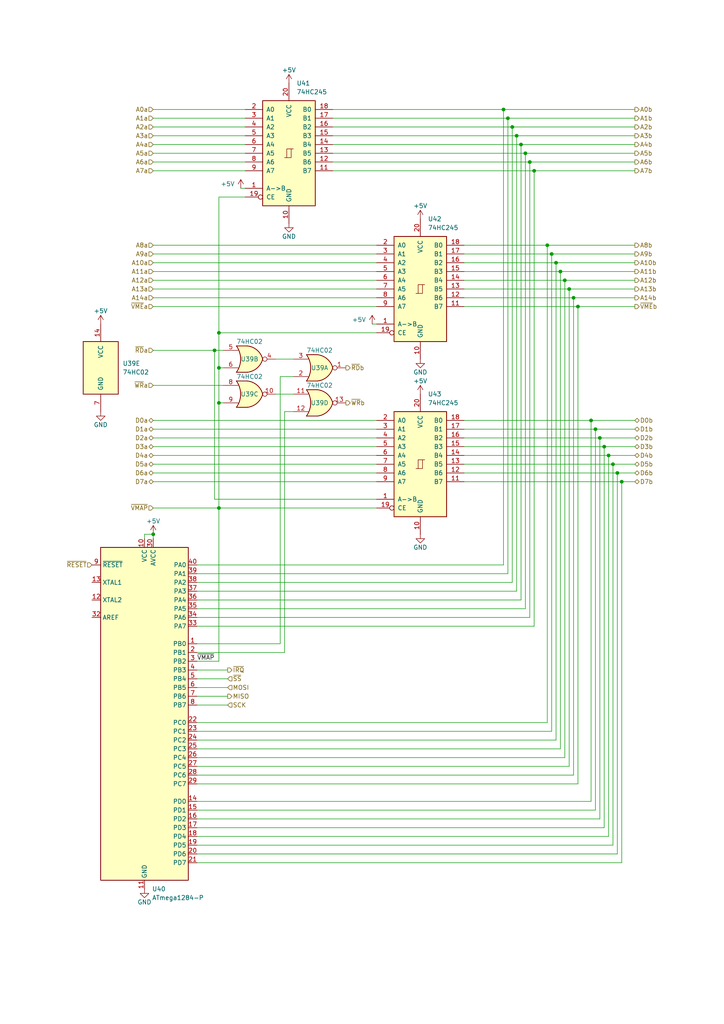
<source format=kicad_sch>
(kicad_sch (version 20250114) (generator "eeschema") (generator_version "9.0")
  (paper "A4" portrait)
  (lib_symbols
    (symbol "74xx:74HC02" (pin_names (offset 1.016))
      (property "Reference" "U" (at 0 1.27 0))
      (property "Value" "74HC02" (at 0 -1.27 0))
      (symbol "74HC02_1_1"
        (arc (start -3.81 3.81) (mid -2.589 0) (end -3.81 -3.81) (stroke (width 0.254)))
        (polyline (pts (xy -3.81 3.81) (xy -0.635 3.81)) (stroke (width 0.254)) (fill (type background)))
        (polyline (pts (xy -3.81 -3.81) (xy -0.635 -3.81)) (stroke (width 0.254)) (fill (type background)))
        (arc (start 3.81 0) (mid 2.1855 -2.584) (end -0.6096 -3.81) (stroke (width 0.254)) (fill (type background)))
        (arc (start -0.6096 3.81) (mid 2.1928 2.5924) (end 3.81 0) (stroke (width 0.254)) (fill (type background)))
        (polyline (pts (xy -0.635 3.81) (xy -3.81 3.81) (xy -3.81 3.81) (xy -3.556 3.4036) (xy -3.0226 2.2606) (xy -2.6924 1.0414) (xy -2.6162 -0.254) (xy -2.7686 -1.4986) (xy -3.175 -2.7178) (xy -3.81 -3.81) (xy -3.81 -3.81) (xy -0.635 -3.81)) (stroke (width -25.4)) (fill (type background)))
        (pin input line (at -7.62 2.54 0) (length 4.318) (name "~") (number "2"))
        (pin input line (at -7.62 -2.54 0) (length 4.318) (name "~") (number "3"))
        (pin output inverted (at 7.62 0 180) (length 3.81) (name "~") (number "1"))
      )
      (symbol "74HC02_1_2"
        (arc (start 0 3.81) (mid 3.7934 0) (end 0 -3.81) (stroke (width 0.254)) (fill (type background)))
        (polyline (pts (xy 0 3.81) (xy -3.81 3.81) (xy -3.81 -3.81) (xy 0 -3.81)) (stroke (width 0.254)) (fill (type background)))
        (pin input inverted (at -7.62 2.54 0) (length 3.81) (name "~") (number "2"))
        (pin input inverted (at -7.62 -2.54 0) (length 3.81) (name "~") (number "3"))
        (pin output line (at 7.62 0 180) (length 3.81) (name "~") (number "1"))
      )
      (symbol "74HC02_2_1"
        (arc (start -3.81 3.81) (mid -2.589 0) (end -3.81 -3.81) (stroke (width 0.254)))
        (polyline (pts (xy -3.81 3.81) (xy -0.635 3.81)) (stroke (width 0.254)) (fill (type background)))
        (polyline (pts (xy -3.81 -3.81) (xy -0.635 -3.81)) (stroke (width 0.254)) (fill (type background)))
        (arc (start 3.81 0) (mid 2.1855 -2.584) (end -0.6096 -3.81) (stroke (width 0.254)) (fill (type background)))
        (arc (start -0.6096 3.81) (mid 2.1928 2.5924) (end 3.81 0) (stroke (width 0.254)) (fill (type background)))
        (polyline (pts (xy -0.635 3.81) (xy -3.81 3.81) (xy -3.81 3.81) (xy -3.556 3.4036) (xy -3.0226 2.2606) (xy -2.6924 1.0414) (xy -2.6162 -0.254) (xy -2.7686 -1.4986) (xy -3.175 -2.7178) (xy -3.81 -3.81) (xy -3.81 -3.81) (xy -0.635 -3.81)) (stroke (width -25.4)) (fill (type background)))
        (pin input line (at -7.62 2.54 0) (length 4.318) (name "~") (number "5"))
        (pin input line (at -7.62 -2.54 0) (length 4.318) (name "~") (number "6"))
        (pin output inverted (at 7.62 0 180) (length 3.81) (name "~") (number "4"))
      )
      (symbol "74HC02_2_2"
        (arc (start 0 3.81) (mid 3.7934 0) (end 0 -3.81) (stroke (width 0.254)) (fill (type background)))
        (polyline (pts (xy 0 3.81) (xy -3.81 3.81) (xy -3.81 -3.81) (xy 0 -3.81)) (stroke (width 0.254)) (fill (type background)))
        (pin input inverted (at -7.62 2.54 0) (length 3.81) (name "~") (number "5"))
        (pin input inverted (at -7.62 -2.54 0) (length 3.81) (name "~") (number "6"))
        (pin output line (at 7.62 0 180) (length 3.81) (name "~") (number "4"))
      )
      (symbol "74HC02_3_1"
        (arc (start -3.81 3.81) (mid -2.589 0) (end -3.81 -3.81) (stroke (width 0.254)))
        (polyline (pts (xy -3.81 3.81) (xy -0.635 3.81)) (stroke (width 0.254)) (fill (type background)))
        (polyline (pts (xy -3.81 -3.81) (xy -0.635 -3.81)) (stroke (width 0.254)) (fill (type background)))
        (arc (start 3.81 0) (mid 2.1855 -2.584) (end -0.6096 -3.81) (stroke (width 0.254)) (fill (type background)))
        (arc (start -0.6096 3.81) (mid 2.1928 2.5924) (end 3.81 0) (stroke (width 0.254)) (fill (type background)))
        (polyline (pts (xy -0.635 3.81) (xy -3.81 3.81) (xy -3.81 3.81) (xy -3.556 3.4036) (xy -3.0226 2.2606) (xy -2.6924 1.0414) (xy -2.6162 -0.254) (xy -2.7686 -1.4986) (xy -3.175 -2.7178) (xy -3.81 -3.81) (xy -3.81 -3.81) (xy -0.635 -3.81)) (stroke (width -25.4)) (fill (type background)))
        (pin input line (at -7.62 2.54 0) (length 4.318) (name "~") (number "8"))
        (pin input line (at -7.62 -2.54 0) (length 4.318) (name "~") (number "9"))
        (pin output inverted (at 7.62 0 180) (length 3.81) (name "~") (number "10"))
      )
      (symbol "74HC02_3_2"
        (arc (start 0 3.81) (mid 3.7934 0) (end 0 -3.81) (stroke (width 0.254)) (fill (type background)))
        (polyline (pts (xy 0 3.81) (xy -3.81 3.81) (xy -3.81 -3.81) (xy 0 -3.81)) (stroke (width 0.254)) (fill (type background)))
        (pin input inverted (at -7.62 2.54 0) (length 3.81) (name "~") (number "8"))
        (pin input inverted (at -7.62 -2.54 0) (length 3.81) (name "~") (number "9"))
        (pin output line (at 7.62 0 180) (length 3.81) (name "~") (number "10"))
      )
      (symbol "74HC02_4_1"
        (arc (start -3.81 3.81) (mid -2.589 0) (end -3.81 -3.81) (stroke (width 0.254)))
        (polyline (pts (xy -3.81 3.81) (xy -0.635 3.81)) (stroke (width 0.254)) (fill (type background)))
        (polyline (pts (xy -3.81 -3.81) (xy -0.635 -3.81)) (stroke (width 0.254)) (fill (type background)))
        (arc (start 3.81 0) (mid 2.1855 -2.584) (end -0.6096 -3.81) (stroke (width 0.254)) (fill (type background)))
        (arc (start -0.6096 3.81) (mid 2.1928 2.5924) (end 3.81 0) (stroke (width 0.254)) (fill (type background)))
        (polyline (pts (xy -0.635 3.81) (xy -3.81 3.81) (xy -3.81 3.81) (xy -3.556 3.4036) (xy -3.0226 2.2606) (xy -2.6924 1.0414) (xy -2.6162 -0.254) (xy -2.7686 -1.4986) (xy -3.175 -2.7178) (xy -3.81 -3.81) (xy -3.81 -3.81) (xy -0.635 -3.81)) (stroke (width -25.4)) (fill (type background)))
        (pin input line (at -7.62 2.54 0) (length 4.318) (name "~") (number "11"))
        (pin input line (at -7.62 -2.54 0) (length 4.318) (name "~") (number "12"))
        (pin output inverted (at 7.62 0 180) (length 3.81) (name "~") (number "13"))
      )
      (symbol "74HC02_4_2"
        (arc (start 0 3.81) (mid 3.7934 0) (end 0 -3.81) (stroke (width 0.254)) (fill (type background)))
        (polyline (pts (xy 0 3.81) (xy -3.81 3.81) (xy -3.81 -3.81) (xy 0 -3.81)) (stroke (width 0.254)) (fill (type background)))
        (pin input inverted (at -7.62 2.54 0) (length 3.81) (name "~") (number "11"))
        (pin input inverted (at -7.62 -2.54 0) (length 3.81) (name "~") (number "12"))
        (pin output line (at 7.62 0 180) (length 3.81) (name "~") (number "13"))
      )
      (symbol "74HC02_5_0"
        (pin power_in line (at 0 12.7 270) (length 5.08) (name "VCC") (number "14"))
        (pin power_in line (at 0 -12.7 90) (length 5.08) (name "GND") (number "7"))
      )
      (symbol "74HC02_5_1"
        (rectangle (start -5.08 7.62) (end 5.08 -7.62) (stroke (width 0.254)) (fill (type background)))
      )
    )
    (symbol "74xx:74HC245" (pin_names (offset 1.016))
      (property "Reference" "U" (at -7.62 16.51 0))
      (property "Value" "74HC245" (at -7.62 -16.51 0))
      (symbol "74HC245_1_0"
        (polyline (pts (xy -1.27 -1.27) (xy 0.635 -1.27) (xy 0.635 1.27) (xy 1.27 1.27)))
        (polyline (pts (xy -0.635 -1.27) (xy -0.635 1.27) (xy 0.635 1.27)))
        (pin tri_state line (at -12.7 12.7 0) (length 5.08) (name "A0") (number "2"))
        (pin tri_state line (at -12.7 10.16 0) (length 5.08) (name "A1") (number "3"))
        (pin tri_state line (at -12.7 7.62 0) (length 5.08) (name "A2") (number "4"))
        (pin tri_state line (at -12.7 5.08 0) (length 5.08) (name "A3") (number "5"))
        (pin tri_state line (at -12.7 2.54 0) (length 5.08) (name "A4") (number "6"))
        (pin tri_state line (at -12.7 0 0) (length 5.08) (name "A5") (number "7"))
        (pin tri_state line (at -12.7 -2.54 0) (length 5.08) (name "A6") (number "8"))
        (pin tri_state line (at -12.7 -5.08 0) (length 5.08) (name "A7") (number "9"))
        (pin input line (at -12.7 -10.16 0) (length 5.08) (name "A->B") (number "1"))
        (pin input inverted (at -12.7 -12.7 0) (length 5.08) (name "CE") (number "19"))
        (pin power_in line (at 0 20.32 270) (length 5.08) (name "VCC") (number "20"))
        (pin power_in line (at 0 -20.32 90) (length 5.08) (name "GND") (number "10"))
        (pin tri_state line (at 12.7 12.7 180) (length 5.08) (name "B0") (number "18"))
        (pin tri_state line (at 12.7 10.16 180) (length 5.08) (name "B1") (number "17"))
        (pin tri_state line (at 12.7 7.62 180) (length 5.08) (name "B2") (number "16"))
        (pin tri_state line (at 12.7 5.08 180) (length 5.08) (name "B3") (number "15"))
        (pin tri_state line (at 12.7 2.54 180) (length 5.08) (name "B4") (number "14"))
        (pin tri_state line (at 12.7 0 180) (length 5.08) (name "B5") (number "13"))
        (pin tri_state line (at 12.7 -2.54 180) (length 5.08) (name "B6") (number "12"))
        (pin tri_state line (at 12.7 -5.08 180) (length 5.08) (name "B7") (number "11"))
      )
      (symbol "74HC245_1_1"
        (rectangle (start -7.62 15.24) (end 7.62 -15.24) (stroke (width 0.254)) (fill (type background)))
      )
    )
    (symbol "MCU_Microchip_ATmega:ATmega1284-P"
      (property "Reference" "U" (at -12.7 49.53 0))
      (property "Value" "ATmega1284-P" (at 2.54 -49.53 0))
      (symbol "ATmega1284-P_0_1"
        (rectangle (start -12.7 -48.26) (end 12.7 48.26) (stroke (width 0.254)) (fill (type background)))
      )
      (symbol "ATmega1284-P_1_1"
        (pin input line (at -15.24 43.18 0) (length 2.54) (name "~{RESET}") (number "9"))
        (pin input line (at -15.24 38.1 0) (length 2.54) (name "XTAL1") (number "13"))
        (pin output line (at -15.24 33.02 0) (length 2.54) (name "XTAL2") (number "12"))
        (pin passive line (at -15.24 27.94 0) (length 2.54) (name "AREF") (number "32"))
        (pin power_in line (at 0 50.8 270) (length 2.54) (name "VCC") (number "10"))
        (pin power_in line (at 0 -50.8 90) (length 2.54) (name "GND") (number "11"))
        (pin passive line (at 0 -50.8 90) (length 2.54) (hide yes) (name "GND") (number "31"))
        (pin power_in line (at 2.54 50.8 270) (length 2.54) (name "AVCC") (number "30"))
        (pin bidirectional line (at 15.24 43.18 180) (length 2.54) (name "PA0") (number "40"))
        (pin bidirectional line (at 15.24 40.64 180) (length 2.54) (name "PA1") (number "39"))
        (pin bidirectional line (at 15.24 38.1 180) (length 2.54) (name "PA2") (number "38"))
        (pin bidirectional line (at 15.24 35.56 180) (length 2.54) (name "PA3") (number "37"))
        (pin bidirectional line (at 15.24 33.02 180) (length 2.54) (name "PA4") (number "36"))
        (pin bidirectional line (at 15.24 30.48 180) (length 2.54) (name "PA5") (number "35"))
        (pin bidirectional line (at 15.24 27.94 180) (length 2.54) (name "PA6") (number "34"))
        (pin bidirectional line (at 15.24 25.4 180) (length 2.54) (name "PA7") (number "33"))
        (pin bidirectional line (at 15.24 20.32 180) (length 2.54) (name "PB0") (number "1"))
        (pin bidirectional line (at 15.24 17.78 180) (length 2.54) (name "PB1") (number "2"))
        (pin bidirectional line (at 15.24 15.24 180) (length 2.54) (name "PB2") (number "3"))
        (pin bidirectional line (at 15.24 12.7 180) (length 2.54) (name "PB3") (number "4"))
        (pin bidirectional line (at 15.24 10.16 180) (length 2.54) (name "PB4") (number "5"))
        (pin bidirectional line (at 15.24 7.62 180) (length 2.54) (name "PB5") (number "6"))
        (pin bidirectional line (at 15.24 5.08 180) (length 2.54) (name "PB6") (number "7"))
        (pin bidirectional line (at 15.24 2.54 180) (length 2.54) (name "PB7") (number "8"))
        (pin bidirectional line (at 15.24 -2.54 180) (length 2.54) (name "PC0") (number "22"))
        (pin bidirectional line (at 15.24 -5.08 180) (length 2.54) (name "PC1") (number "23"))
        (pin bidirectional line (at 15.24 -7.62 180) (length 2.54) (name "PC2") (number "24"))
        (pin bidirectional line (at 15.24 -10.16 180) (length 2.54) (name "PC3") (number "25"))
        (pin bidirectional line (at 15.24 -12.7 180) (length 2.54) (name "PC4") (number "26"))
        (pin bidirectional line (at 15.24 -15.24 180) (length 2.54) (name "PC5") (number "27"))
        (pin bidirectional line (at 15.24 -17.78 180) (length 2.54) (name "PC6") (number "28"))
        (pin bidirectional line (at 15.24 -20.32 180) (length 2.54) (name "PC7") (number "29"))
        (pin bidirectional line (at 15.24 -25.4 180) (length 2.54) (name "PD0") (number "14"))
        (pin bidirectional line (at 15.24 -27.94 180) (length 2.54) (name "PD1") (number "15"))
        (pin bidirectional line (at 15.24 -30.48 180) (length 2.54) (name "PD2") (number "16"))
        (pin bidirectional line (at 15.24 -33.02 180) (length 2.54) (name "PD3") (number "17"))
        (pin bidirectional line (at 15.24 -35.56 180) (length 2.54) (name "PD4") (number "18"))
        (pin bidirectional line (at 15.24 -38.1 180) (length 2.54) (name "PD5") (number "19"))
        (pin bidirectional line (at 15.24 -40.64 180) (length 2.54) (name "PD6") (number "20"))
        (pin bidirectional line (at 15.24 -43.18 180) (length 2.54) (name "PD7") (number "21"))
      )
    )
    (symbol "power:+5V" (power) (pin_numbers (hide yes)) (pin_names (offset 0) (hide yes))
      (property "Value" "+5V" (at 0 3.556 0))
      (symbol "+5V_0_1"
        (polyline (pts (xy -0.762 1.27) (xy 0 2.54)))
        (polyline (pts (xy 0 2.54) (xy 0.762 1.27)))
        (polyline (pts (xy 0 0) (xy 0 2.54)))
      )
      (symbol "+5V_1_1"
        (pin power_in line (at 0 0 90) (length 0) (name "~") (number "1"))
      )
    )
    (symbol "power:GND" (power) (pin_numbers (hide yes)) (pin_names (offset 0) (hide yes))
      (property "Value" "GND" (at 0 -3.81 0))
      (symbol "GND_0_1"
        (polyline (pts (xy 0 0) (xy 0 -1.27) (xy 1.27 -1.27) (xy 0 -2.54) (xy -1.27 -1.27) (xy 0 -1.27)))
      )
      (symbol "GND_1_1"
        (pin power_in line (at 0 0 270) (length 0) (name "~") (number "1"))
      )
    )
  )
  (junction (at 175.26 129.54))
  (junction (at 62.23 101.6))
  (junction (at 153.67 46.99))
  (junction (at 146.05 31.75))
  (junction (at 165.1 83.82))
  (junction (at 180.34 139.7))
  (junction (at 179.07 137.16))
  (junction (at 152.4 44.45))
  (junction (at 166.37 86.36))
  (junction (at 176.53 132.08))
  (junction (at 63.5 96.52))
  (junction (at 63.5 147.32))
  (junction (at 147.32 34.29))
  (junction (at 148.59 36.83))
  (junction (at 173.99 127))
  (junction (at 163.83 81.28))
  (junction (at 63.5 116.84))
  (junction (at 158.75 71.12))
  (junction (at 167.64 88.9))
  (junction (at 44.45 154.94))
  (junction (at 171.45 121.92))
  (junction (at 177.8 134.62))
  (junction (at 172.72 124.46))
  (junction (at 161.29 76.2))
  (junction (at 154.94 49.53))
  (junction (at 149.86 39.37))
  (junction (at 151.13 41.91))
  (junction (at 63.5 106.68))
  (junction (at 162.56 78.74))
  (junction (at 160.02 73.66))
  (wire (pts (xy 134.62 76.2) (xy 161.29 76.2)))
  (wire (pts (xy 44.45 101.6) (xy 62.23 101.6)))
  (wire (pts (xy 57.15 196.85) (xy 66.04 196.85)))
  (wire (pts (xy 57.15 227.33) (xy 167.64 227.33)))
  (wire (pts (xy 57.15 181.61) (xy 154.94 181.61)))
  (wire (pts (xy 134.62 137.16) (xy 179.07 137.16)))
  (wire (pts (xy 134.62 129.54) (xy 175.26 129.54)))
  (wire (pts (xy 57.15 222.25) (xy 165.1 222.25)))
  (wire (pts (xy 149.86 39.37) (xy 184.15 39.37)))
  (wire (pts (xy 44.45 78.74) (xy 109.22 78.74)))
  (wire (pts (xy 57.15 234.95) (xy 172.72 234.95)))
  (wire (pts (xy 180.34 139.7) (xy 180.34 250.19)))
  (wire (pts (xy 57.15 240.03) (xy 175.26 240.03)))
  (wire (pts (xy 134.62 127) (xy 173.99 127)))
  (wire (pts (xy 44.45 154.94) (xy 44.45 156.21)))
  (wire (pts (xy 151.13 41.91) (xy 151.13 173.99)))
  (wire (pts (xy 146.05 31.75) (xy 146.05 163.83)))
  (wire (pts (xy 177.8 134.62) (xy 177.8 245.11)))
  (wire (pts (xy 134.62 78.74) (xy 162.56 78.74)))
  (wire (pts (xy 57.15 237.49) (xy 173.99 237.49)))
  (wire (pts (xy 134.62 86.36) (xy 166.37 86.36)))
  (wire (pts (xy 62.23 144.78) (xy 62.23 101.6)))
  (wire (pts (xy 57.15 201.93) (xy 66.04 201.93)))
  (wire (pts (xy 44.45 83.82) (xy 109.22 83.82)))
  (wire (pts (xy 147.32 34.29) (xy 184.15 34.29)))
  (wire (pts (xy 172.72 124.46) (xy 172.72 234.95)))
  (wire (pts (xy 57.15 189.23) (xy 82.55 189.23)))
  (wire (pts (xy 166.37 86.36) (xy 184.15 86.36)))
  (wire (pts (xy 57.15 194.31) (xy 66.04 194.31)))
  (wire (pts (xy 63.5 106.68) (xy 63.5 116.84)))
  (wire (pts (xy 96.52 39.37) (xy 149.86 39.37)))
  (wire (pts (xy 96.52 41.91) (xy 151.13 41.91)))
  (wire (pts (xy 96.52 34.29) (xy 147.32 34.29)))
  (wire (pts (xy 44.45 111.76) (xy 64.77 111.76)))
  (wire (pts (xy 165.1 83.82) (xy 184.15 83.82)))
  (wire (pts (xy 57.15 219.71) (xy 163.83 219.71)))
  (wire (pts (xy 96.52 44.45) (xy 152.4 44.45)))
  (wire (pts (xy 96.52 49.53) (xy 154.94 49.53)))
  (wire (pts (xy 57.15 214.63) (xy 161.29 214.63)))
  (wire (pts (xy 57.15 209.55) (xy 158.75 209.55)))
  (wire (pts (xy 162.56 78.74) (xy 184.15 78.74)))
  (wire (pts (xy 81.28 109.22) (xy 81.28 186.69)))
  (wire (pts (xy 44.45 137.16) (xy 109.22 137.16)))
  (wire (pts (xy 44.45 139.7) (xy 109.22 139.7)))
  (wire (pts (xy 57.15 245.11) (xy 177.8 245.11)))
  (wire (pts (xy 96.52 46.99) (xy 153.67 46.99)))
  (wire (pts (xy 173.99 127) (xy 184.15 127)))
  (wire (pts (xy 63.5 147.32) (xy 109.22 147.32)))
  (wire (pts (xy 134.62 81.28) (xy 163.83 81.28)))
  (wire (pts (xy 184.15 44.45) (xy 152.4 44.45)))
  (wire (pts (xy 57.15 176.53) (xy 152.4 176.53)))
  (wire (pts (xy 62.23 101.6) (xy 64.77 101.6)))
  (wire (pts (xy 184.15 31.75) (xy 146.05 31.75)))
  (wire (pts (xy 44.45 31.75) (xy 71.12 31.75)))
  (wire (pts (xy 44.45 132.08) (xy 109.22 132.08)))
  (wire (pts (xy 57.15 179.07) (xy 153.67 179.07)))
  (wire (pts (xy 44.45 41.91) (xy 71.12 41.91)))
  (wire (pts (xy 165.1 83.82) (xy 165.1 222.25)))
  (wire (pts (xy 57.15 242.57) (xy 176.53 242.57)))
  (wire (pts (xy 147.32 166.37) (xy 147.32 34.29)))
  (wire (pts (xy 109.22 96.52) (xy 63.5 96.52)))
  (wire (pts (xy 109.22 93.98) (xy 107.95 93.98)))
  (wire (pts (xy 134.62 139.7) (xy 180.34 139.7)))
  (wire (pts (xy 163.83 81.28) (xy 184.15 81.28)))
  (wire (pts (xy 158.75 71.12) (xy 184.15 71.12)))
  (wire (pts (xy 134.62 73.66) (xy 160.02 73.66)))
  (wire (pts (xy 96.52 36.83) (xy 148.59 36.83)))
  (wire (pts (xy 44.45 129.54) (xy 109.22 129.54)))
  (wire (pts (xy 44.45 36.83) (xy 71.12 36.83)))
  (wire (pts (xy 63.5 116.84) (xy 63.5 147.32)))
  (wire (pts (xy 57.15 212.09) (xy 160.02 212.09)))
  (wire (pts (xy 57.15 173.99) (xy 151.13 173.99)))
  (wire (pts (xy 63.5 96.52) (xy 63.5 106.68)))
  (wire (pts (xy 154.94 49.53) (xy 154.94 181.61)))
  (wire (pts (xy 82.55 119.38) (xy 82.55 189.23)))
  (wire (pts (xy 57.15 171.45) (xy 149.86 171.45)))
  (wire (pts (xy 63.5 106.68) (xy 64.77 106.68)))
  (wire (pts (xy 134.62 88.9) (xy 167.64 88.9)))
  (wire (pts (xy 44.45 124.46) (xy 109.22 124.46)))
  (wire (pts (xy 179.07 137.16) (xy 179.07 247.65)))
  (wire (pts (xy 69.85 54.61) (xy 71.12 54.61)))
  (wire (pts (xy 158.75 71.12) (xy 158.75 209.55)))
  (wire (pts (xy 41.91 154.94) (xy 44.45 154.94)))
  (wire (pts (xy 134.62 124.46) (xy 172.72 124.46)))
  (wire (pts (xy 44.45 76.2) (xy 109.22 76.2)))
  (wire (pts (xy 153.67 46.99) (xy 153.67 179.07)))
  (wire (pts (xy 57.15 163.83) (xy 146.05 163.83)))
  (wire (pts (xy 44.45 88.9) (xy 109.22 88.9)))
  (wire (pts (xy 85.09 109.22) (xy 81.28 109.22)))
  (wire (pts (xy 44.45 134.62) (xy 109.22 134.62)))
  (wire (pts (xy 44.45 81.28) (xy 109.22 81.28)))
  (wire (pts (xy 152.4 44.45) (xy 152.4 176.53)))
  (wire (pts (xy 162.56 78.74) (xy 162.56 217.17)))
  (wire (pts (xy 149.86 171.45) (xy 149.86 39.37)))
  (wire (pts (xy 171.45 121.92) (xy 171.45 232.41)))
  (wire (pts (xy 134.62 132.08) (xy 176.53 132.08)))
  (wire (pts (xy 148.59 36.83) (xy 148.59 168.91)))
  (wire (pts (xy 96.52 31.75) (xy 146.05 31.75)))
  (wire (pts (xy 44.45 73.66) (xy 109.22 73.66)))
  (wire (pts (xy 44.45 121.92) (xy 109.22 121.92)))
  (wire (pts (xy 57.15 186.69) (xy 81.28 186.69)))
  (wire (pts (xy 171.45 121.92) (xy 184.15 121.92)))
  (wire (pts (xy 167.64 88.9) (xy 167.64 227.33)))
  (wire (pts (xy 166.37 86.36) (xy 166.37 224.79)))
  (wire (pts (xy 161.29 76.2) (xy 184.15 76.2)))
  (wire (pts (xy 184.15 46.99) (xy 153.67 46.99)))
  (wire (pts (xy 57.15 191.77) (xy 63.5 191.77)))
  (wire (pts (xy 134.62 121.92) (xy 171.45 121.92)))
  (wire (pts (xy 175.26 129.54) (xy 184.15 129.54)))
  (wire (pts (xy 57.15 204.47) (xy 66.04 204.47)))
  (wire (pts (xy 173.99 127) (xy 173.99 237.49)))
  (wire (pts (xy 177.8 134.62) (xy 184.15 134.62)))
  (wire (pts (xy 184.15 49.53) (xy 154.94 49.53)))
  (wire (pts (xy 44.45 44.45) (xy 71.12 44.45)))
  (wire (pts (xy 172.72 124.46) (xy 184.15 124.46)))
  (wire (pts (xy 184.15 36.83) (xy 148.59 36.83)))
  (wire (pts (xy 44.45 71.12) (xy 109.22 71.12)))
  (wire (pts (xy 57.15 224.79) (xy 166.37 224.79)))
  (wire (pts (xy 161.29 76.2) (xy 161.29 214.63)))
  (wire (pts (xy 57.15 168.91) (xy 148.59 168.91)))
  (wire (pts (xy 63.5 191.77) (xy 63.5 147.32)))
  (wire (pts (xy 80.01 104.14) (xy 85.09 104.14)))
  (wire (pts (xy 160.02 73.66) (xy 184.15 73.66)))
  (wire (pts (xy 63.5 57.15) (xy 63.5 96.52)))
  (wire (pts (xy 44.45 46.99) (xy 71.12 46.99)))
  (wire (pts (xy 175.26 129.54) (xy 175.26 240.03)))
  (wire (pts (xy 80.01 114.3) (xy 85.09 114.3)))
  (wire (pts (xy 44.45 147.32) (xy 63.5 147.32)))
  (wire (pts (xy 134.62 83.82) (xy 165.1 83.82)))
  (wire (pts (xy 167.64 88.9) (xy 184.15 88.9)))
  (wire (pts (xy 134.62 71.12) (xy 158.75 71.12)))
  (wire (pts (xy 41.91 154.94) (xy 41.91 156.21)))
  (wire (pts (xy 163.83 81.28) (xy 163.83 219.71)))
  (wire (pts (xy 44.45 49.53) (xy 71.12 49.53)))
  (wire (pts (xy 85.09 119.38) (xy 82.55 119.38)))
  (wire (pts (xy 184.15 41.91) (xy 151.13 41.91)))
  (wire (pts (xy 179.07 137.16) (xy 184.15 137.16)))
  (wire (pts (xy 180.34 139.7) (xy 184.15 139.7)))
  (wire (pts (xy 57.15 232.41) (xy 171.45 232.41)))
  (wire (pts (xy 44.45 127) (xy 109.22 127)))
  (wire (pts (xy 63.5 116.84) (xy 64.77 116.84)))
  (wire (pts (xy 134.62 134.62) (xy 177.8 134.62)))
  (wire (pts (xy 57.15 166.37) (xy 147.32 166.37)))
  (wire (pts (xy 44.45 34.29) (xy 71.12 34.29)))
  (wire (pts (xy 44.45 86.36) (xy 109.22 86.36)))
  (wire (pts (xy 57.15 247.65) (xy 179.07 247.65)))
  (wire (pts (xy 44.45 39.37) (xy 71.12 39.37)))
  (wire (pts (xy 71.12 57.15) (xy 63.5 57.15)))
  (wire (pts (xy 57.15 250.19) (xy 180.34 250.19)))
  (wire (pts (xy 57.15 199.39) (xy 66.04 199.39)))
  (wire (pts (xy 57.15 217.17) (xy 162.56 217.17)))
  (wire (pts (xy 62.23 144.78) (xy 109.22 144.78)))
  (wire (pts (xy 160.02 73.66) (xy 160.02 212.09)))
  (wire (pts (xy 176.53 132.08) (xy 184.15 132.08)))
  (wire (pts (xy 176.53 132.08) (xy 176.53 242.57)))
  (label "~{VMAP}" (at 57.15 191.77 0))
  (hierarchical_label "~{RD}a" (shape input) (at 44.45 101.6 180))
  (hierarchical_label "~{VMAP}" (shape input) (at 44.45 147.32 180))
  (hierarchical_label "D2a" (shape bidirectional) (at 44.45 127 180))
  (hierarchical_label "D5b" (shape bidirectional) (at 184.15 134.62 0))
  (hierarchical_label "D1a" (shape bidirectional) (at 44.45 124.46 180))
  (hierarchical_label "D4b" (shape bidirectional) (at 184.15 132.08 0))
  (hierarchical_label "D1b" (shape bidirectional) (at 184.15 124.46 0))
  (hierarchical_label "A7a" (shape input) (at 44.45 49.53 180))
  (hierarchical_label "MOSI" (shape input) (at 66.04 199.39 0))
  (hierarchical_label "MISO" (shape output) (at 66.04 201.93 0))
  (hierarchical_label "A5b" (shape output) (at 184.15 44.45 0))
  (hierarchical_label "~{RESET}" (shape input) (at 26.67 163.83 180))
  (hierarchical_label "D5a" (shape bidirectional) (at 44.45 134.62 180))
  (hierarchical_label "A14b" (shape output) (at 184.15 86.36 0))
  (hierarchical_label "SCK" (shape input) (at 66.04 204.47 0))
  (hierarchical_label "D7b" (shape bidirectional) (at 184.15 139.7 0))
  (hierarchical_label "A7b" (shape output) (at 184.15 49.53 0))
  (hierarchical_label "A9b" (shape output) (at 184.15 73.66 0))
  (hierarchical_label "A9a" (shape input) (at 44.45 73.66 180))
  (hierarchical_label "D3a" (shape bidirectional) (at 44.45 129.54 180))
  (hierarchical_label "A6b" (shape output) (at 184.15 46.99 0))
  (hierarchical_label "D4a" (shape bidirectional) (at 44.45 132.08 180))
  (hierarchical_label "~{VME}b" (shape output) (at 184.15 88.9 0))
  (hierarchical_label "~{IRQ}" (shape output) (at 66.04 194.31 0))
  (hierarchical_label "A4b" (shape output) (at 184.15 41.91 0))
  (hierarchical_label "A10a" (shape input) (at 44.45 76.2 180))
  (hierarchical_label "A1b" (shape output) (at 184.15 34.29 0))
  (hierarchical_label "A2a" (shape input) (at 44.45 36.83 180))
  (hierarchical_label "A14a" (shape input) (at 44.45 86.36 180))
  (hierarchical_label "D6a" (shape bidirectional) (at 44.45 137.16 180))
  (hierarchical_label "A1a" (shape input) (at 44.45 34.29 180))
  (hierarchical_label "A13b" (shape output) (at 184.15 83.82 0))
  (hierarchical_label "A0b" (shape output) (at 184.15 31.75 0))
  (hierarchical_label "~{SS}" (shape input) (at 66.04 196.85 0))
  (hierarchical_label "~{RD}b" (shape output) (at 100.33 106.68 0))
  (hierarchical_label "A2b" (shape output) (at 184.15 36.83 0))
  (hierarchical_label "D3b" (shape bidirectional) (at 184.15 129.54 0))
  (hierarchical_label "~{WR}b" (shape output) (at 100.33 116.84 0))
  (hierarchical_label "A12b" (shape output) (at 184.15 81.28 0))
  (hierarchical_label "A3b" (shape output) (at 184.15 39.37 0))
  (hierarchical_label "A3a" (shape input) (at 44.45 39.37 180))
  (hierarchical_label "D7a" (shape bidirectional) (at 44.45 139.7 180))
  (hierarchical_label "A0a" (shape input) (at 44.45 31.75 180))
  (hierarchical_label "D0b" (shape bidirectional) (at 184.15 121.92 0))
  (hierarchical_label "A8a" (shape input) (at 44.45 71.12 180))
  (hierarchical_label "~{VME}a" (shape input) (at 44.45 88.9 180))
  (hierarchical_label "A5a" (shape input) (at 44.45 44.45 180))
  (hierarchical_label "A10b" (shape output) (at 184.15 76.2 0))
  (hierarchical_label "~{WR}a" (shape input) (at 44.45 111.76 180))
  (hierarchical_label "A13a" (shape input) (at 44.45 83.82 180))
  (hierarchical_label "D0a" (shape bidirectional) (at 44.45 121.92 180))
  (hierarchical_label "A12a" (shape input) (at 44.45 81.28 180))
  (hierarchical_label "A6a" (shape input) (at 44.45 46.99 180))
  (hierarchical_label "D6b" (shape bidirectional) (at 184.15 137.16 0))
  (hierarchical_label "A8b" (shape output) (at 184.15 71.12 0))
  (hierarchical_label "A11a" (shape input) (at 44.45 78.74 180))
  (hierarchical_label "D2b" (shape bidirectional) (at 184.15 127 0))
  (hierarchical_label "A11b" (shape output) (at 184.15 78.74 0))
  (hierarchical_label "A4a" (shape input) (at 44.45 41.91 180))
  (symbol (lib_id "74xx:74HC02") (at 72.39 104.14 0) (unit 2)
    (property "Reference" "U39" (at 72.39 104.14 0))
    (property "Value" "74HC02" (at 72.39 99.06 0))
    (property "Datasheet" "http://www.ti.com/lit/gpn/sn74hc02" (effects (hide yes)))
    (property "Description" "quad 2-input NOR gate" (effects (hide yes)))
  )
  (symbol (lib_id "74xx:74HC02") (at 92.71 116.84 0) (unit 4)
    (property "Reference" "U39" (at 92.71 116.84 0))
    (property "Value" "74HC02" (at 92.71 111.76 0))
    (property "Datasheet" "http://www.ti.com/lit/gpn/sn74hc02" (effects (hide yes)))
    (property "Description" "quad 2-input NOR gate" (effects (hide yes)))
  )
  (symbol (lib_id "power:GND") (at 121.92 154.94 0) (unit 1)
    (property "Reference" "#PWR0164" (effects (hide yes)))
    (property "Value" "GND" (at 121.92 158.75 0))
    (property "Description" "Power symbol creates a global label with name \"GND\" , ground" (effects (hide yes)))
  )
  (symbol (lib_id "power:GND") (at 83.82 64.77 0) (unit 1)
    (property "Reference" "#PWR0159" (effects (hide yes)))
    (property "Value" "GND" (at 83.82 68.58 0))
    (property "Description" "Power symbol creates a global label with name \"GND\" , ground" (effects (hide yes)))
  )
  (symbol (lib_id "74xx:74HC02") (at 72.39 114.3 0) (unit 3)
    (property "Reference" "U39" (at 72.39 114.3 0))
    (property "Value" "74HC02" (at 72.39 109.22 0))
    (property "Datasheet" "http://www.ti.com/lit/gpn/sn74hc02" (effects (hide yes)))
    (property "Description" "quad 2-input NOR gate" (effects (hide yes)))
  )
  (symbol (lib_id "power:GND") (at 121.92 104.14 0) (unit 1)
    (property "Reference" "#PWR0162" (effects (hide yes)))
    (property "Value" "GND" (at 121.92 107.95 0))
    (property "Description" "Power symbol creates a global label with name \"GND\" , ground" (effects (hide yes)))
  )
  (symbol (lib_id "74xx:74HC245") (at 121.92 134.62 0) (unit 1)
    (property "Reference" "U43" (at 124.1141 114.3 0) (effects (justify left)))
    (property "Value" "74HC245" (at 124.1141 116.84 0) (effects (justify left)))
    (property "Datasheet" "http://www.ti.com/lit/gpn/sn74HC245" (effects (hide yes)))
    (property "Description" "Octal BUS Transceivers, 3-State outputs" (effects (hide yes)))
  )
  (symbol (lib_id "MCU_Microchip_ATmega:ATmega1284-P") (at 41.91 207.01 0) (unit 1)
    (property "Reference" "U40" (at 44.1041 257.81 0) (effects (justify left)))
    (property "Value" "ATmega1284-P" (at 44.1041 260.35 0) (effects (justify left)))
    (property "Footprint" "Package_DIP:DIP-40_W15.24mm" (effects (hide yes)))
    (property "Datasheet" "http://ww1.microchip.com/downloads/en/DeviceDoc/Atmel-8272-8-bit-AVR-microcontroller-ATmega164A_PA-324A_PA-644A_PA-1284_P_datasheet.pdf" (effects (hide yes)))
    (property "Description" "20MHz, 128kB Flash, 16kB SRAM, 4kB EEPROM, JTAG, DIP-40" (effects (hide yes)))
  )
  (symbol (lib_id "power:+5V") (at 107.95 93.98 0) (unit 1)
    (property "Reference" "#PWR0160" (effects (hide yes)))
    (property "Value" "+5V" (at 104.14 92.71 0))
    (property "Description" "Power symbol creates a global label with name \"+5V\"" (effects (hide yes)))
  )
  (symbol (lib_id "power:+5V") (at 83.82 24.13 0) (unit 1)
    (property "Reference" "#PWR0158" (effects (hide yes)))
    (property "Value" "+5V" (at 83.82 20.32 0))
    (property "Description" "Power symbol creates a global label with name \"+5V\"" (effects (hide yes)))
  )
  (symbol (lib_id "74xx:74HC02") (at 92.71 106.68 0) (mirror x) (unit 1)
    (property "Reference" "U39" (at 92.71 106.68 0))
    (property "Value" "74HC02" (at 92.71 101.6 0))
    (property "Datasheet" "http://www.ti.com/lit/gpn/sn74hc02" (effects (hide yes)))
    (property "Description" "quad 2-input NOR gate" (effects (hide yes)))
  )
  (symbol (lib_id "power:+5V") (at 121.92 114.3 0) (unit 1)
    (property "Reference" "#PWR0163" (effects (hide yes)))
    (property "Value" "+5V" (at 121.92 110.49 0))
    (property "Description" "Power symbol creates a global label with name \"+5V\"" (effects (hide yes)))
  )
  (symbol (lib_id "74xx:74HC245") (at 83.82 44.45 0) (unit 1)
    (property "Reference" "U41" (at 86.0141 24.13 0) (effects (justify left)))
    (property "Value" "74HC245" (at 86.0141 26.67 0) (effects (justify left)))
    (property "Datasheet" "http://www.ti.com/lit/gpn/sn74HC245" (effects (hide yes)))
    (property "Description" "Octal BUS Transceivers, 3-State outputs" (effects (hide yes)))
  )
  (symbol (lib_id "74xx:74HC02") (at 29.21 106.68 0) (unit 5)
    (property "Reference" "U39" (at 35.56 105.4099 0) (effects (justify left)))
    (property "Value" "74HC02" (at 35.56 107.9499 0) (effects (justify left)))
    (property "Datasheet" "http://www.ti.com/lit/gpn/sn74hc02" (effects (hide yes)))
    (property "Description" "quad 2-input NOR gate" (effects (hide yes)))
  )
  (symbol (lib_id "power:+5V") (at 69.85 54.61 0) (unit 1)
    (property "Reference" "#PWR0157" (effects (hide yes)))
    (property "Value" "+5V" (at 66.04 53.34 0))
    (property "Description" "Power symbol creates a global label with name \"+5V\"" (effects (hide yes)))
  )
  (symbol (lib_id "power:+5V") (at 29.21 93.98 0) (unit 1)
    (property "Reference" "#PWR0153" (effects (hide yes)))
    (property "Value" "+5V" (at 29.21 90.17 0))
    (property "Description" "Power symbol creates a global label with name \"+5V\"" (effects (hide yes)))
  )
  (symbol (lib_id "74xx:74HC245") (at 121.92 83.82 0) (unit 1)
    (property "Reference" "U42" (at 124.1141 63.5 0) (effects (justify left)))
    (property "Value" "74HC245" (at 124.1141 66.04 0) (effects (justify left)))
    (property "Datasheet" "http://www.ti.com/lit/gpn/sn74HC245" (effects (hide yes)))
    (property "Description" "Octal BUS Transceivers, 3-State outputs" (effects (hide yes)))
  )
  (symbol (lib_id "power:GND") (at 41.91 257.81 0) (unit 1)
    (property "Reference" "#PWR0155" (effects (hide yes)))
    (property "Value" "GND" (at 41.91 261.62 0))
    (property "Description" "Power symbol creates a global label with name \"GND\" , ground" (effects (hide yes)))
  )
  (symbol (lib_id "power:+5V") (at 44.45 154.94 0) (unit 1)
    (property "Reference" "#PWR0156" (effects (hide yes)))
    (property "Value" "+5V" (at 44.45 151.13 0))
    (property "Description" "Power symbol creates a global label with name \"+5V\"" (effects (hide yes)))
  )
  (symbol (lib_id "power:GND") (at 29.21 119.38 0) (unit 1)
    (property "Reference" "#PWR0154" (effects (hide yes)))
    (property "Value" "GND" (at 29.21 123.19 0))
    (property "Description" "Power symbol creates a global label with name \"GND\" , ground" (effects (hide yes)))
  )
  (symbol (lib_id "power:+5V") (at 121.92 63.5 0) (unit 1)
    (property "Reference" "#PWR0161" (effects (hide yes)))
    (property "Value" "+5V" (at 121.92 59.69 0))
    (property "Description" "Power symbol creates a global label with name \"+5V\"" (effects (hide yes)))
  )
)
</source>
